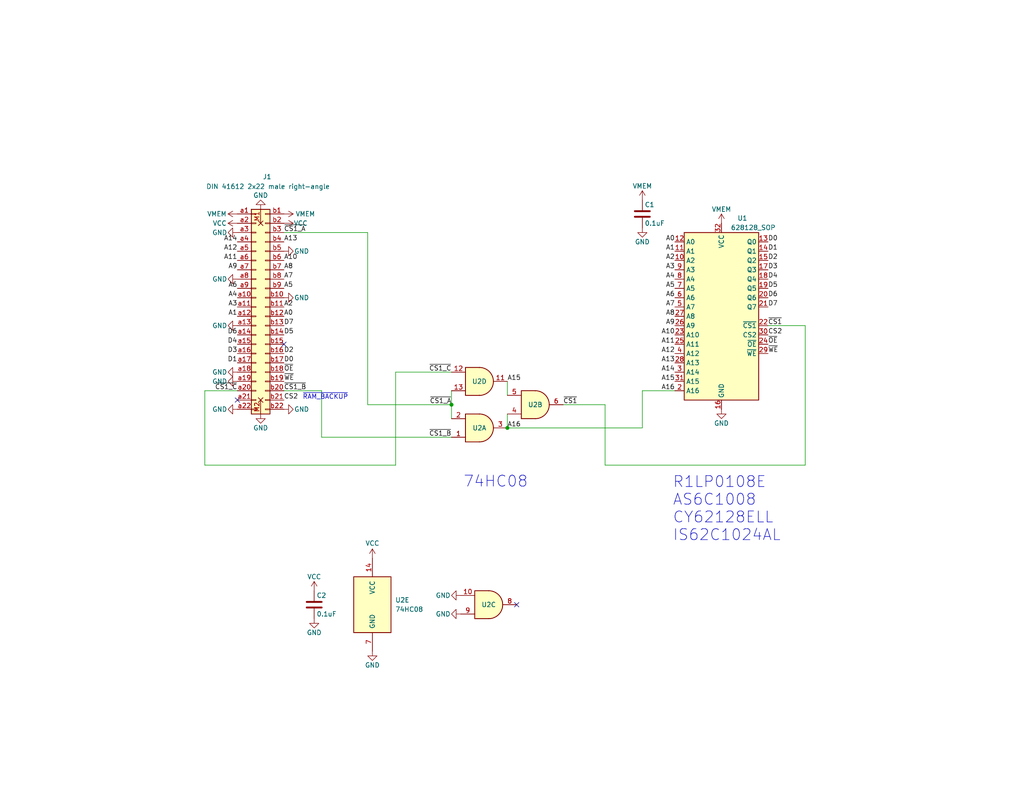
<source format=kicad_sch>
(kicad_sch (version 20211123) (generator eeschema)
  (paper "USLetter")
  (title_block (title "96K RAM for TANDY 600") (date "2022-10-04") (rev "SMT_011") (company "Brian K. White - b.kenyon.w@gmail.com") (comment 1 "CC-BY-SA") (comment 2 "Originally based on Model600Sram_v1.1 by Jayeson Lee-Steer") (comment 3 "Replaces TANDY Cat. No. 26-3910 \"OPRM\""))
  (lib_symbols
    (symbol "000_LOCAL:628128_SOP"
      (property "Reference" "U" (at -10.16 23.495 0))
      (property "Value" "628128_SOP" (at 2.54 23.495 0))
      (symbol "628128_SOP_0_0"
        (pin power_in line (at 0 -25.4 90) (length 2.54) (name "GND") (number "16"))
        (pin power_in line (at 0 25.4 270) (length 2.54) (name "VCC") (number "32"))
      )
      (symbol "628128_SOP_0_1"
        (rectangle (start -10.16 22.86) (end 10.16 -22.86) (stroke (width 0.254)) (fill (type background)))
      )
      (symbol "628128_SOP_1_1"
        (pin no_connect line (at 10.16 -20.32 180) (length 2.54) hide (name "NC") (number "1"))
        (pin input line (at -12.7 15.24 0) (length 2.54) (name "A2") (number "10"))
        (pin input line (at -12.7 17.78 0) (length 2.54) (name "A1") (number "11"))
        (pin input line (at -12.7 20.32 0) (length 2.54) (name "A0") (number "12"))
        (pin tri_state line (at 12.7 20.32 180) (length 2.54) (name "Q0") (number "13"))
        (pin tri_state line (at 12.7 17.78 180) (length 2.54) (name "Q1") (number "14"))
        (pin tri_state line (at 12.7 15.24 180) (length 2.54) (name "Q2") (number "15"))
        (pin tri_state line (at 12.7 12.7 180) (length 2.54) (name "Q3") (number "17"))
        (pin tri_state line (at 12.7 10.16 180) (length 2.54) (name "Q4") (number "18"))
        (pin tri_state line (at 12.7 7.62 180) (length 2.54) (name "Q5") (number "19"))
        (pin input line (at -12.7 -20.32 0) (length 2.54) (name "A16") (number "2"))
        (pin tri_state line (at 12.7 5.08 180) (length 2.54) (name "Q6") (number "20"))
        (pin tri_state line (at 12.7 2.54 180) (length 2.54) (name "Q7") (number "21"))
        (pin input line (at 12.7 -2.54 180) (length 2.54) (name "~{CS1}") (number "22"))
        (pin input line (at -12.7 -5.08 0) (length 2.54) (name "A10") (number "23"))
        (pin input line (at 12.7 -7.62 180) (length 2.54) (name "~{OE}") (number "24"))
        (pin input line (at -12.7 -7.62 0) (length 2.54) (name "A11") (number "25"))
        (pin input line (at -12.7 -2.54 0) (length 2.54) (name "A9") (number "26"))
        (pin input line (at -12.7 0 0) (length 2.54) (name "A8") (number "27"))
        (pin input line (at -12.7 -12.7 0) (length 2.54) (name "A13") (number "28"))
        (pin input line (at 12.7 -10.16 180) (length 2.54) (name "~{WE}") (number "29"))
        (pin input line (at -12.7 -15.24 0) (length 2.54) (name "A14") (number "3"))
        (pin input line (at 12.7 -5.08 180) (length 2.54) (name "CS2") (number "30"))
        (pin input line (at -12.7 -17.78 0) (length 2.54) (name "A15") (number "31"))
        (pin input line (at -12.7 -10.16 0) (length 2.54) (name "A12") (number "4"))
        (pin input line (at -12.7 2.54 0) (length 2.54) (name "A7") (number "5"))
        (pin input line (at -12.7 5.08 0) (length 2.54) (name "A6") (number "6"))
        (pin input line (at -12.7 7.62 0) (length 2.54) (name "A5") (number "7"))
        (pin input line (at -12.7 10.16 0) (length 2.54) (name "A4") (number "8"))
        (pin input line (at -12.7 12.7 0) (length 2.54) (name "A3") (number "9"))
      )
    )
    (symbol "000_LOCAL:74HC08" (pin_names (offset 1.016))
      (property "Reference" "U" (at 0 1.27 0))
      (property "Value" "74HC08" (at 0 -1.27 0))
      (symbol "74HC08_1_1"
        (arc (start 0 -3.81) (mid 3.81 0) (end 0 3.81) (stroke (width 0.254)) (fill (type background)))
        (polyline (pts (xy 0 3.81) (xy -3.81 3.81) (xy -3.81 -3.81) (xy 0 -3.81)) (stroke (width 0.254)) (fill (type background)))
        (pin input line (at -7.62 2.54 0) (length 3.81) (name "~") (number "1"))
        (pin input line (at -7.62 -2.54 0) (length 3.81) (name "~") (number "2"))
        (pin output line (at 7.62 0 180) (length 3.81) (name "~") (number "3"))
      )
      (symbol "74HC08_1_2"
        (arc (start -3.81 -3.81) (mid -2.589 0) (end -3.81 3.81) (stroke (width 0.254)))
        (arc (start -0.6096 -3.81) (mid 2.1842 -2.5851) (end 3.81 0) (stroke (width 0.254)) (fill (type background)))
        (polyline (pts (xy -3.81 -3.81) (xy -0.635 -3.81)) (stroke (width 0.254)) (fill (type background)))
        (polyline (pts (xy -3.81 3.81) (xy -0.635 3.81)) (stroke (width 0.254)) (fill (type background)))
        (polyline (pts (xy -0.635 3.81) (xy -3.81 3.81) (xy -3.81 3.81) (xy -3.556 3.4036) (xy -3.0226 2.2606) (xy -2.6924 1.0414) (xy -2.6162 -0.254) (xy -2.7686 -1.4986) (xy -3.175 -2.7178) (xy -3.81 -3.81) (xy -3.81 -3.81) (xy -0.635 -3.81)) (stroke (width -25.4)) (fill (type background)))
        (arc (start 3.81 0) (mid 2.1915 2.5936) (end -0.6096 3.81) (stroke (width 0.254)) (fill (type background)))
        (pin input inverted (at -7.62 2.54 0) (length 4.318) (name "~") (number "1"))
        (pin input inverted (at -7.62 -2.54 0) (length 4.318) (name "~") (number "2"))
        (pin output inverted (at 7.62 0 180) (length 3.81) (name "~") (number "3"))
      )
      (symbol "74HC08_2_1"
        (arc (start 0 -3.81) (mid 3.81 0) (end 0 3.81) (stroke (width 0.254)) (fill (type background)))
        (polyline (pts (xy 0 3.81) (xy -3.81 3.81) (xy -3.81 -3.81) (xy 0 -3.81)) (stroke (width 0.254)) (fill (type background)))
        (pin input line (at -7.62 2.54 0) (length 3.81) (name "~") (number "4"))
        (pin input line (at -7.62 -2.54 0) (length 3.81) (name "~") (number "5"))
        (pin output line (at 7.62 0 180) (length 3.81) (name "~") (number "6"))
      )
      (symbol "74HC08_2_2"
        (arc (start -3.81 -3.81) (mid -2.589 0) (end -3.81 3.81) (stroke (width 0.254)))
        (arc (start -0.6096 -3.81) (mid 2.1842 -2.5851) (end 3.81 0) (stroke (width 0.254)) (fill (type background)))
        (polyline (pts (xy -3.81 -3.81) (xy -0.635 -3.81)) (stroke (width 0.254)) (fill (type background)))
        (polyline (pts (xy -3.81 3.81) (xy -0.635 3.81)) (stroke (width 0.254)) (fill (type background)))
        (polyline (pts (xy -0.635 3.81) (xy -3.81 3.81) (xy -3.81 3.81) (xy -3.556 3.4036) (xy -3.0226 2.2606) (xy -2.6924 1.0414) (xy -2.6162 -0.254) (xy -2.7686 -1.4986) (xy -3.175 -2.7178) (xy -3.81 -3.81) (xy -3.81 -3.81) (xy -0.635 -3.81)) (stroke (width -25.4)) (fill (type background)))
        (arc (start 3.81 0) (mid 2.1915 2.5936) (end -0.6096 3.81) (stroke (width 0.254)) (fill (type background)))
        (pin input inverted (at -7.62 2.54 0) (length 4.318) (name "~") (number "4"))
        (pin input inverted (at -7.62 -2.54 0) (length 4.318) (name "~") (number "5"))
        (pin output inverted (at 7.62 0 180) (length 3.81) (name "~") (number "6"))
      )
      (symbol "74HC08_3_1"
        (arc (start 0 -3.81) (mid 3.81 0) (end 0 3.81) (stroke (width 0.254)) (fill (type background)))
        (polyline (pts (xy 0 3.81) (xy -3.81 3.81) (xy -3.81 -3.81) (xy 0 -3.81)) (stroke (width 0.254)) (fill (type background)))
        (pin input line (at -7.62 -2.54 0) (length 3.81) (name "~") (number "10"))
        (pin output line (at 7.62 0 180) (length 3.81) (name "~") (number "8"))
        (pin input line (at -7.62 2.54 0) (length 3.81) (name "~") (number "9"))
      )
      (symbol "74HC08_3_2"
        (arc (start -3.81 -3.81) (mid -2.589 0) (end -3.81 3.81) (stroke (width 0.254)))
        (arc (start -0.6096 -3.81) (mid 2.1842 -2.5851) (end 3.81 0) (stroke (width 0.254)) (fill (type background)))
        (polyline (pts (xy -3.81 -3.81) (xy -0.635 -3.81)) (stroke (width 0.254)) (fill (type background)))
        (polyline (pts (xy -3.81 3.81) (xy -0.635 3.81)) (stroke (width 0.254)) (fill (type background)))
        (polyline (pts (xy -0.635 3.81) (xy -3.81 3.81) (xy -3.81 3.81) (xy -3.556 3.4036) (xy -3.0226 2.2606) (xy -2.6924 1.0414) (xy -2.6162 -0.254) (xy -2.7686 -1.4986) (xy -3.175 -2.7178) (xy -3.81 -3.81) (xy -3.81 -3.81) (xy -0.635 -3.81)) (stroke (width -25.4)) (fill (type background)))
        (arc (start 3.81 0) (mid 2.1915 2.5936) (end -0.6096 3.81) (stroke (width 0.254)) (fill (type background)))
        (pin input inverted (at -7.62 -2.54 0) (length 4.318) (name "~") (number "10"))
        (pin output inverted (at 7.62 0 180) (length 3.81) (name "~") (number "8"))
        (pin input inverted (at -7.62 2.54 0) (length 4.318) (name "~") (number "9"))
      )
      (symbol "74HC08_4_1"
        (arc (start 0 -3.81) (mid 3.81 0) (end 0 3.81) (stroke (width 0.254)) (fill (type background)))
        (polyline (pts (xy 0 3.81) (xy -3.81 3.81) (xy -3.81 -3.81) (xy 0 -3.81)) (stroke (width 0.254)) (fill (type background)))
        (pin output line (at 7.62 0 180) (length 3.81) (name "~") (number "11"))
        (pin input line (at -7.62 2.54 0) (length 3.81) (name "~") (number "12"))
        (pin input line (at -7.62 -2.54 0) (length 3.81) (name "~") (number "13"))
      )
      (symbol "74HC08_4_2"
        (arc (start -3.81 -3.81) (mid -2.589 0) (end -3.81 3.81) (stroke (width 0.254)))
        (arc (start -0.6096 -3.81) (mid 2.1842 -2.5851) (end 3.81 0) (stroke (width 0.254)) (fill (type background)))
        (polyline (pts (xy -3.81 -3.81) (xy -0.635 -3.81)) (stroke (width 0.254)) (fill (type background)))
        (polyline (pts (xy -3.81 3.81) (xy -0.635 3.81)) (stroke (width 0.254)) (fill (type background)))
        (polyline (pts (xy -0.635 3.81) (xy -3.81 3.81) (xy -3.81 3.81) (xy -3.556 3.4036) (xy -3.0226 2.2606) (xy -2.6924 1.0414) (xy -2.6162 -0.254) (xy -2.7686 -1.4986) (xy -3.175 -2.7178) (xy -3.81 -3.81) (xy -3.81 -3.81) (xy -0.635 -3.81)) (stroke (width -25.4)) (fill (type background)))
        (arc (start 3.81 0) (mid 2.1915 2.5936) (end -0.6096 3.81) (stroke (width 0.254)) (fill (type background)))
        (pin output inverted (at 7.62 0 180) (length 3.81) (name "~") (number "11"))
        (pin input inverted (at -7.62 2.54 0) (length 4.318) (name "~") (number "12"))
        (pin input inverted (at -7.62 -2.54 0) (length 4.318) (name "~") (number "13"))
      )
      (symbol "74HC08_5_0"
        (pin power_in line (at 0 12.7 270) (length 5.08) (name "VCC") (number "14"))
        (pin power_in line (at 0 -12.7 90) (length 5.08) (name "GND") (number "7"))
      )
      (symbol "74HC08_5_1"
        (rectangle (start -5.08 7.62) (end 5.08 -7.62) (stroke (width 0.254)) (fill (type background)))
      )
    )
    (symbol "000_LOCAL:C" (pin_numbers hide) (pin_names (offset 0.254))
      (property "Reference" "C" (at 0.635 2.54 0))
      (property "Value" "C" (at 0.635 -2.54 0))
      (symbol "C_0_1"
        (polyline (pts (xy -2.032 -0.762) (xy 2.032 -0.762)) (stroke (width 0.508)))
        (polyline (pts (xy -2.032 0.762) (xy 2.032 0.762)) (stroke (width 0.508)))
      )
      (symbol "C_1_1"
        (pin passive line (at 0 3.81 270) (length 2.794) (name "~") (number "1"))
        (pin passive line (at 0 -3.81 90) (length 2.794) (name "~") (number "2"))
      )
    )
    (symbol "000_LOCAL:DIN_41612_02x22" (pin_names (offset 1.016) hide)
      (property "Reference" "J" (at -4.0132 30.1752 0))
      (property "Value" "DIN_41612_02x22" (at 17.5768 30.0736 0))
      (symbol "DIN_41612_02x22_1_1"
        (rectangle (start -2.54 -26.543) (end -1.27 -26.797) (stroke (width 0.1524)))
        (rectangle (start -2.54 -24.003) (end -1.27 -24.257) (stroke (width 0.1524)))
        (rectangle (start -2.54 -21.463) (end -1.27 -21.717) (stroke (width 0.1524)))
        (rectangle (start -2.54 -18.923) (end -1.27 -19.177) (stroke (width 0.1524)))
        (rectangle (start -2.54 -16.383) (end -1.27 -16.637) (stroke (width 0.1524)))
        (rectangle (start -2.54 -13.843) (end -1.27 -14.097) (stroke (width 0.1524)))
        (rectangle (start -2.54 -11.303) (end -1.27 -11.557) (stroke (width 0.1524)))
        (rectangle (start -2.54 -8.763) (end -1.27 -9.017) (stroke (width 0.1524)))
        (rectangle (start -2.54 -6.223) (end -1.27 -6.477) (stroke (width 0.1524)))
        (rectangle (start -2.54 -3.683) (end -1.27 -3.937) (stroke (width 0.1524)))
        (rectangle (start -2.54 -1.143) (end -1.27 -1.397) (stroke (width 0.1524)))
        (rectangle (start -2.54 1.397) (end -1.27 1.143) (stroke (width 0.1524)))
        (rectangle (start -2.54 3.937) (end -1.27 3.683) (stroke (width 0.1524)))
        (rectangle (start -2.54 6.477) (end -1.27 6.223) (stroke (width 0.1524)))
        (rectangle (start -2.54 9.017) (end -1.27 8.763) (stroke (width 0.1524)))
        (rectangle (start -2.54 11.557) (end -1.27 11.303) (stroke (width 0.1524)))
        (rectangle (start -2.54 14.097) (end -1.27 13.843) (stroke (width 0.1524)))
        (rectangle (start -2.54 16.637) (end -1.27 16.383) (stroke (width 0.1524)))
        (rectangle (start -2.54 19.177) (end -1.27 18.923) (stroke (width 0.1524)))
        (rectangle (start -2.54 21.717) (end -1.27 21.463) (stroke (width 0.1524)))
        (rectangle (start -2.54 24.257) (end -1.27 24.003) (stroke (width 0.1524)))
        (rectangle (start -2.54 26.797) (end -1.27 26.543) (stroke (width 0.1524)))
        (rectangle (start -2.54 27.94) (end 2.54 -27.94) (stroke (width 0.254)) (fill (type background)))
        (rectangle (start 2.54 -26.543) (end 1.27 -26.797) (stroke (width 0.1524)))
        (rectangle (start 2.54 -24.003) (end 1.27 -24.257) (stroke (width 0.1524)))
        (rectangle (start 2.54 -21.463) (end 1.27 -21.717) (stroke (width 0.1524)))
        (rectangle (start 2.54 -18.923) (end 1.27 -19.177) (stroke (width 0.1524)))
        (rectangle (start 2.54 -16.383) (end 1.27 -16.637) (stroke (width 0.1524)))
        (rectangle (start 2.54 -13.843) (end 1.27 -14.097) (stroke (width 0.1524)))
        (rectangle (start 2.54 -11.303) (end 1.27 -11.557) (stroke (width 0.1524)))
        (rectangle (start 2.54 -8.763) (end 1.27 -9.017) (stroke (width 0.1524)))
        (rectangle (start 2.54 -6.223) (end 1.27 -6.477) (stroke (width 0.1524)))
        (rectangle (start 2.54 -3.683) (end 1.27 -3.937) (stroke (width 0.1524)))
        (rectangle (start 2.54 -1.143) (end 1.27 -1.397) (stroke (width 0.1524)))
        (rectangle (start 2.54 1.397) (end 1.27 1.143) (stroke (width 0.1524)))
        (rectangle (start 2.54 3.937) (end 1.27 3.683) (stroke (width 0.1524)))
        (rectangle (start 2.54 6.477) (end 1.27 6.223) (stroke (width 0.1524)))
        (rectangle (start 2.54 9.017) (end 1.27 8.763) (stroke (width 0.1524)))
        (rectangle (start 2.54 11.557) (end 1.27 11.303) (stroke (width 0.1524)))
        (rectangle (start 2.54 14.097) (end 1.27 13.843) (stroke (width 0.1524)))
        (rectangle (start 2.54 16.637) (end 1.27 16.383) (stroke (width 0.1524)))
        (rectangle (start 2.54 19.177) (end 1.27 18.923) (stroke (width 0.1524)))
        (rectangle (start 2.54 21.717) (end 1.27 21.463) (stroke (width 0.1524)))
        (rectangle (start 2.54 24.257) (end 1.27 24.003) (stroke (width 0.1524)))
        (rectangle (start 2.54 26.797) (end 1.27 26.543) (stroke (width 0.1524)))
        (pin passive non_logic (at 0 27.94 270) (length 3.81) (name "mount") (number "M1"))
        (pin passive non_logic (at 0 -27.94 90) (length 3.81) (name "mount") (number "M2"))
        (pin passive line (at -6.35 26.67 0) (length 3.81) (name "a1") (number "a1"))
        (pin passive line (at -6.35 3.81 0) (length 3.81) (name "a10") (number "a10"))
        (pin passive line (at -6.35 1.27 0) (length 3.81) (name "a11") (number "a11"))
        (pin passive line (at -6.35 -1.27 0) (length 3.81) (name "a12") (number "a12"))
        (pin passive line (at -6.35 -3.81 0) (length 3.81) (name "a13") (number "a13"))
        (pin passive line (at -6.35 -6.35 0) (length 3.81) (name "a14") (number "a14"))
        (pin passive line (at -6.35 -8.89 0) (length 3.81) (name "a15") (number "a15"))
        (pin passive line (at -6.35 -11.43 0) (length 3.81) (name "a16") (number "a16"))
        (pin passive line (at -6.35 -13.97 0) (length 3.81) (name "a17") (number "a17"))
        (pin passive line (at -6.35 -16.51 0) (length 3.81) (name "a18") (number "a18"))
        (pin passive line (at -6.35 -19.05 0) (length 3.81) (name "a19") (number "a19"))
        (pin passive line (at -6.35 24.13 0) (length 3.81) (name "a2") (number "a2"))
        (pin passive line (at -6.35 -21.59 0) (length 3.81) (name "a20") (number "a20"))
        (pin passive line (at -6.35 -24.13 0) (length 3.81) (name "a21") (number "a21"))
        (pin passive line (at -6.35 -26.67 0) (length 3.81) (name "a22") (number "a22"))
        (pin passive line (at -6.35 21.59 0) (length 3.81) (name "a3") (number "a3"))
        (pin passive line (at -6.35 19.05 0) (length 3.81) (name "a4") (number "a4"))
        (pin passive line (at -6.35 16.51 0) (length 3.81) (name "a5") (number "a5"))
        (pin passive line (at -6.35 13.97 0) (length 3.81) (name "a6") (number "a6"))
        (pin passive line (at -6.35 11.43 0) (length 3.81) (name "a7") (number "a7"))
        (pin passive line (at -6.35 8.89 0) (length 3.81) (name "a8") (number "a8"))
        (pin passive line (at -6.35 6.35 0) (length 3.81) (name "a9") (number "a9"))
        (pin passive line (at 6.35 26.67 180) (length 3.81) (name "b1") (number "b1"))
        (pin passive line (at 6.35 3.81 180) (length 3.81) (name "b10") (number "b10"))
        (pin passive line (at 6.35 1.27 180) (length 3.81) (name "b11") (number "b11"))
        (pin passive line (at 6.35 -1.27 180) (length 3.81) (name "b12") (number "b12"))
        (pin passive line (at 6.35 -3.81 180) (length 3.81) (name "b13") (number "b13"))
        (pin passive line (at 6.35 -6.35 180) (length 3.81) (name "b14") (number "b14"))
        (pin passive line (at 6.35 -8.89 180) (length 3.81) (name "b15") (number "b15"))
        (pin passive line (at 6.35 -11.43 180) (length 3.81) (name "b16") (number "b16"))
        (pin passive line (at 6.35 -13.97 180) (length 3.81) (name "b17") (number "b17"))
        (pin passive line (at 6.35 -16.51 180) (length 3.81) (name "b18") (number "b18"))
        (pin passive line (at 6.35 -19.05 180) (length 3.81) (name "b19") (number "b19"))
        (pin passive line (at 6.35 24.13 180) (length 3.81) (name "b2") (number "b2"))
        (pin passive line (at 6.35 -21.59 180) (length 3.81) (name "b20") (number "b20"))
        (pin passive line (at 6.35 -24.13 180) (length 3.81) (name "b21") (number "b21"))
        (pin passive line (at 6.35 -26.67 180) (length 3.81) (name "b22") (number "b22"))
        (pin passive line (at 6.35 21.59 180) (length 3.81) (name "b3") (number "b3"))
        (pin passive line (at 6.35 19.05 180) (length 3.81) (name "b4") (number "b4"))
        (pin passive line (at 6.35 16.51 180) (length 3.81) (name "b5") (number "b5"))
        (pin passive line (at 6.35 13.97 180) (length 3.81) (name "b6") (number "b6"))
        (pin passive line (at 6.35 11.43 180) (length 3.81) (name "b7") (number "b7"))
        (pin passive line (at 6.35 8.89 180) (length 3.81) (name "b8") (number "b8"))
        (pin passive line (at 6.35 6.35 180) (length 3.81) (name "b9") (number "b9"))
      )
    )
    (symbol "000_LOCAL:GND" (power) (pin_names (offset 0))
      (property "Value" "GND" (at 0 -3.81 0))
      (symbol "GND_0_1"
        (polyline (pts (xy 0 0) (xy 0 -1.27) (xy 1.27 -1.27) (xy 0 -2.54) (xy -1.27 -1.27) (xy 0 -1.27)))
      )
      (symbol "GND_1_1"
        (pin power_in line (at 0 0 270) (length 0) hide (name "GND") (number "1"))
      )
    )
    (symbol "000_LOCAL:VCC" (power) (pin_names (offset 0))
      (property "Value" "VCC" (at 0 3.81 0))
      (symbol "VCC_0_1"
        (polyline (pts (xy -0.762 1.27) (xy 0 2.54)))
        (polyline (pts (xy 0 0) (xy 0 2.54)))
        (polyline (pts (xy 0 2.54) (xy 0.762 1.27)))
      )
      (symbol "VCC_1_1"
        (pin power_in line (at 0 0 90) (length 0) hide (name "VCC") (number "1"))
      )
    )
    (symbol "000_LOCAL:VMEM" (power) (pin_names (offset 0))
      (property "Value" "VMEM" (at 0 3.81 0))
      (symbol "VMEM_0_1"
        (polyline (pts (xy -0.762 1.27) (xy 0 2.54)))
        (polyline (pts (xy 0 0) (xy 0 2.54)))
        (polyline (pts (xy 0 2.54) (xy 0.762 1.27)))
      )
      (symbol "VMEM_1_1"
        (pin power_in line (at 0 0 90) (length 0) hide (name "VMEM") (number "1"))
      )
    )
  )
  (junction (at 138.43 116.84))
  (junction (at 123.19 110.49))
  (no_connect (at 140.97 165.1))
  (no_connect (at 64.77 109.22))
  (no_connect (at 77.47 93.98))
  (wire (pts (xy 100.33 110.49) (xy 123.19 110.49)))
  (wire (pts (xy 64.77 106.68) (xy 55.88 106.68)))
  (wire (pts (xy 87.757 119.38) (xy 123.19 119.38)))
  (wire (pts (xy 175.26 106.68) (xy 184.15 106.68)))
  (wire (pts (xy 123.19 110.49) (xy 123.19 114.3)))
  (wire (pts (xy 55.88 127) (xy 107.95 127)))
  (wire (pts (xy 165.1 110.49) (xy 165.1 127)))
  (wire (pts (xy 55.88 106.68) (xy 55.88 127)))
  (wire (pts (xy 87.757 106.68) (xy 87.757 119.38)))
  (wire (pts (xy 138.43 104.14) (xy 138.43 107.95)))
  (wire (pts (xy 100.33 63.5) (xy 100.33 110.49)))
  (wire (pts (xy 175.26 116.84) (xy 175.26 106.68)))
  (wire (pts (xy 107.95 101.6) (xy 123.19 101.6)))
  (wire (pts (xy 123.19 106.68) (xy 123.19 110.49)))
  (wire (pts (xy 165.1 127) (xy 219.71 127)))
  (wire (pts (xy 219.71 88.9) (xy 219.71 127)))
  (wire (pts (xy 77.47 106.68) (xy 87.757 106.68)))
  (wire (pts (xy 77.47 63.5) (xy 100.33 63.5)))
  (wire (pts (xy 138.43 116.84) (xy 175.26 116.84)))
  (wire (pts (xy 138.43 113.03) (xy 138.43 116.84)))
  (wire (pts (xy 107.95 127) (xy 107.95 101.6)))
  (wire (pts (xy 153.67 110.49) (xy 165.1 110.49)))
  (wire (pts (xy 219.71 88.9) (xy 209.55 88.9)))
  (text "~{RAM_BACKUP}" (at 82.55 109.22 0) (effects (font (size 1.27 1.27)) (justify left bottom)))
  (text "R1LP0108E\nAS6C1008\nCY62128ELL\nIS62C1024AL\n" (at 183.515 147.955 0) (effects (font (size 3 3)) (justify left bottom)))
  (text "74HC08" (at 126.365 133.35 0) (effects (font (size 3 3)) (justify left bottom)))
  (label "D2" (at 77.47 96.52 0))
  (label "~{CS1_C}" (at 64.77 106.68 180))
  (label "A13" (at 77.47 66.04 0))
  (label "A12" (at 64.77 68.58 180))
  (label "D6" (at 64.77 91.44 180))
  (label "A13" (at 184.15 99.06 180))
  (label "A7" (at 184.15 83.82 180))
  (label "A1" (at 184.15 68.58 180))
  (label "~{WE}" (at 209.55 96.52 0))
  (label "A4" (at 64.77 81.28 180))
  (label "A3" (at 64.77 83.82 180))
  (label "A4" (at 184.15 76.2 180))
  (label "A12" (at 184.15 96.52 180))
  (label "A9" (at 184.15 88.9 180))
  (label "D0" (at 209.55 66.04 0))
  (label "D0" (at 77.47 99.06 0))
  (label "D7" (at 77.47 88.9 0))
  (label "CS2" (at 77.47 109.22 0))
  (label "A2" (at 77.47 83.82 0))
  (label "D5" (at 209.55 78.74 0))
  (label "A5" (at 184.15 78.74 180))
  (label "A1" (at 64.77 86.36 180))
  (label "~{CS1_A}" (at 77.47 63.5 0))
  (label "CS2" (at 209.55 91.44 0))
  (label "D4" (at 64.77 93.98 180))
  (label "A11" (at 184.15 93.98 180))
  (label "A16" (at 184.15 106.68 180))
  (label "D1" (at 64.77 99.06 180))
  (label "A10" (at 184.15 91.44 180))
  (label "A3" (at 184.15 73.66 180))
  (label "~{CS1}" (at 153.67 110.49 0))
  (label "~{CS1_B}" (at 77.47 106.68 0))
  (label "D5" (at 77.47 91.44 0))
  (label "~{CS1_B}" (at 123.19 119.38 180))
  (label "A6" (at 64.77 78.74 180))
  (label "A5" (at 77.47 78.74 0))
  (label "~{OE}" (at 77.47 101.6 0))
  (label "A0" (at 77.47 86.36 0))
  (label "A8" (at 77.47 73.66 0))
  (label "~{CS1_C}" (at 123.19 101.6 180))
  (label "D1" (at 209.55 68.58 0))
  (label "D3" (at 64.77 96.52 180))
  (label "A14" (at 184.15 101.6 180))
  (label "A10" (at 77.47 71.12 0))
  (label "A11" (at 64.77 71.12 180))
  (label "A2" (at 184.15 71.12 180))
  (label "D7" (at 209.55 83.82 0))
  (label "A16" (at 138.43 116.84 0))
  (label "A14" (at 64.77 66.04 180))
  (label "~{CS1_A}" (at 123.19 110.49 180))
  (label "A8" (at 184.15 86.36 180))
  (label "D2" (at 209.55 71.12 0))
  (label "A15" (at 138.43 104.14 0))
  (label "D3" (at 209.55 73.66 0))
  (label "A7" (at 77.47 76.2 0))
  (label "A15" (at 184.15 104.14 180))
  (label "A0" (at 184.15 66.04 180))
  (label "A9" (at 64.77 73.66 180))
  (label "~{OE}" (at 209.55 93.98 0))
  (label "A6" (at 184.15 81.28 180))
  (label "~{CS1}" (at 209.55 88.9 0))
  (label "D4" (at 209.55 76.2 0))
  (label "D6" (at 209.55 81.28 0))
  (label "~{WE}" (at 77.47 104.14 0))
  (symbol (lib_id "000_LOCAL:C") (at 175.26 58.42 0) (unit 1)
    (property "Reference" "C1" (at 175.895 55.88 0) (effects (justify left)))
    (property "Value" "0.1uF" (at 175.895 60.96 0) (effects (justify left)))
    (property "Footprint" "000_LOCAL:C_1206" (effects hide))
  )
  (symbol (lib_id "000_LOCAL:DIN_41612_02x22") (at 71.12 85.09 0) (unit 1)
    (property "Reference" "J1" (at 72.898 48.26 0))
    (property "Value" "DIN 41612 2x22 male right-angle" (at 73.152 50.927 0))
    (property "Footprint" "000_LOCAL:DIN-41612_02x22_male_horizontal" (effects hide))
  )
  (symbol (lib_id "000_LOCAL:VMEM") (at 64.77 58.42 90) (unit 1)
    (property "Reference" "#PWR0101" (effects hide))
    (property "Value" "VMEM" (at 59.182 58.42 90))
  )
  (symbol (lib_id "000_LOCAL:VMEM") (at 77.47 58.42 270) (unit 1)
    (property "Reference" "#PWR0102" (effects hide))
    (property "Value" "VMEM" (at 83.312 58.42 90))
  )
  (symbol (lib_id "000_LOCAL:VCC") (at 64.77 60.96 90) (unit 1)
    (property "Reference" "#PWR0103" (effects hide))
    (property "Value" "VCC" (at 59.944 60.96 90))
  )
  (symbol (lib_id "000_LOCAL:VCC") (at 77.47 60.96 270) (unit 1)
    (property "Reference" "#PWR0108" (effects hide))
    (property "Value" "VCC" (at 82.042 60.96 90))
  )
  (symbol (lib_id "000_LOCAL:GND") (at 175.26 62.23 0) (unit 1)
    (property "Reference" "#PWR0106" (effects hide))
    (property "Value" "GND" (at 175.26 66.04 0))
  )
  (symbol (lib_id "000_LOCAL:VMEM") (at 175.26 54.61 0) (unit 1)
    (property "Reference" "#PWR0107" (effects hide))
    (property "Value" "VMEM" (at 175.26 50.8 0))
  )
  (symbol (lib_id "000_LOCAL:GND") (at 77.47 68.58 90) (unit 1)
    (property "Reference" "#PWR0109" (effects hide))
    (property "Value" "GND" (at 82.296 68.58 90))
  )
  (symbol (lib_id "000_LOCAL:GND") (at 77.47 81.28 90) (unit 1)
    (property "Reference" "#PWR0110" (effects hide))
    (property "Value" "GND" (at 82.296 81.28 90))
  )
  (symbol (lib_id "000_LOCAL:VMEM") (at 196.85 60.96 0) (unit 1)
    (property "Reference" "#PWR0115" (effects hide))
    (property "Value" "VMEM" (at 196.85 57.15 0))
  )
  (symbol (lib_id "000_LOCAL:GND") (at 77.47 111.76 90) (unit 1)
    (property "Reference" "#PWR0111" (effects hide))
    (property "Value" "GND" (at 82.296 111.76 90))
  )
  (symbol (lib_id "000_LOCAL:GND") (at 64.77 63.5 270) (unit 1)
    (property "Reference" "#PWR0112" (effects hide))
    (property "Value" "GND" (at 59.944 63.5 90))
  )
  (symbol (lib_id "000_LOCAL:GND") (at 64.77 76.2 270) (unit 1)
    (property "Reference" "#PWR0116" (effects hide))
    (property "Value" "GND" (at 59.944 76.2 90))
  )
  (symbol (lib_id "000_LOCAL:GND") (at 64.77 88.9 270) (unit 1)
    (property "Reference" "#PWR0117" (effects hide))
    (property "Value" "GND" (at 59.944 88.9 90))
  )
  (symbol (lib_id "000_LOCAL:GND") (at 64.77 101.6 270) (unit 1)
    (property "Reference" "#PWR0118" (effects hide))
    (property "Value" "GND" (at 59.944 101.6 90))
  )
  (symbol (lib_id "000_LOCAL:GND") (at 64.77 104.14 270) (unit 1)
    (property "Reference" "#PWR0119" (effects hide))
    (property "Value" "GND" (at 59.944 104.14 90))
  )
  (symbol (lib_id "000_LOCAL:GND") (at 64.77 111.76 270) (unit 1)
    (property "Reference" "#PWR0120" (effects hide))
    (property "Value" "GND" (at 59.944 111.76 90))
  )
  (symbol (lib_id "000_LOCAL:628128_SOP") (at 196.85 86.36 0) (unit 1)
    (property "Reference" "U1" (at 202.565 59.563 0))
    (property "Value" "628128_SOP" (at 199.39 62.865 0) (effects (justify left bottom)))
    (property "Footprint" "000_LOCAL:SOP-32W" (effects hide))
    (property "Datasheet" "http://www.futurlec.com/Datasheet/Memory/628128.pdf" (effects hide))
  )
  (symbol (lib_id "000_LOCAL:74HC08") (at 130.81 116.84 0) (mirror x) (unit 1)
    (property "Reference" "U2" (at 130.81 116.84 0))
    (property "Value" "74HC08" (effects hide))
    (property "Footprint" "000_LOCAL:SOIC-14_3.9x8.7mm_P1.27mm" (effects hide))
    (property "Datasheet" "https://assets.nexperia.com/documents/data-sheet/74HC_HCT08.pdf" (effects hide))
  )
  (symbol (lib_id "000_LOCAL:C") (at 85.725 165.1 0) (unit 1)
    (property "Reference" "C2" (at 86.36 162.56 0) (effects (justify left)))
    (property "Value" "0.1uF" (at 86.36 167.64 0) (effects (justify left)))
    (property "Footprint" "000_LOCAL:C_1206" (effects hide))
  )
  (symbol (lib_id "000_LOCAL:GND") (at 196.85 111.76 0) (unit 1)
    (property "Reference" "#PWR0121" (effects hide))
    (property "Value" "GND" (at 196.85 115.57 0))
  )
  (symbol (lib_id "000_LOCAL:VCC") (at 85.725 161.29 0) (unit 1)
    (property "Reference" "#PWR0105" (effects hide))
    (property "Value" "VCC" (at 85.725 157.48 0))
  )
  (symbol (lib_id "000_LOCAL:GND") (at 101.6 177.8 0) (unit 1)
    (property "Reference" "#PWR0104" (effects hide))
    (property "Value" "GND" (at 101.6 181.61 0))
  )
  (symbol (lib_id "000_LOCAL:VCC") (at 101.6 152.4 0) (unit 1)
    (property "Reference" "#PWR0114" (effects hide))
    (property "Value" "VCC" (at 101.6 148.336 0))
  )
  (symbol (lib_id "000_LOCAL:74HC08") (at 101.6 165.1 0) (unit 5)
    (property "Reference" "U2" (at 107.823 163.8299 0) (effects (justify left)))
    (property "Value" "74HC08" (at 107.823 166.3699 0) (effects (justify left)))
    (property "Footprint" "000_LOCAL:SOIC-14_3.9x8.7mm_P1.27mm" (effects hide))
    (property "Datasheet" "https://assets.nexperia.com/documents/data-sheet/74HC_HCT08.pdf" (effects hide))
  )
  (symbol (lib_id "000_LOCAL:74HC08") (at 133.35 165.1 0) (mirror x) (unit 3)
    (property "Reference" "U2" (at 133.35 165.1 0))
    (property "Value" "74HC08" (effects hide))
    (property "Footprint" "000_LOCAL:SOIC-14_3.9x8.7mm_P1.27mm" (effects hide))
    (property "Datasheet" "https://assets.nexperia.com/documents/data-sheet/74HC_HCT08.pdf" (effects hide))
  )
  (symbol (lib_id "000_LOCAL:GND") (at 85.725 168.91 0) (unit 1)
    (property "Reference" "#PWR0113" (effects hide))
    (property "Value" "GND" (at 85.725 172.72 0))
  )
  (symbol (lib_id "000_LOCAL:GND") (at 125.73 162.56 270) (unit 1)
    (property "Reference" "#PWR0122" (effects hide))
    (property "Value" "GND" (at 120.904 162.56 90))
  )
  (symbol (lib_id "000_LOCAL:GND") (at 125.73 167.64 270) (unit 1)
    (property "Reference" "#PWR0123" (effects hide))
    (property "Value" "GND" (at 120.904 167.64 90))
  )
  (symbol (lib_id "000_LOCAL:74HC08") (at 146.05 110.49 0) (mirror x) (unit 2)
    (property "Reference" "U2" (at 146.05 110.49 0))
    (property "Value" "74HC08" (effects hide))
    (property "Footprint" "000_LOCAL:SOIC-14_3.9x8.7mm_P1.27mm" (effects hide))
    (property "Datasheet" "https://assets.nexperia.com/documents/data-sheet/74HC_HCT08.pdf" (effects hide))
  )
  (symbol (lib_id "000_LOCAL:74HC08") (at 130.81 104.14 0) (unit 4)
    (property "Reference" "U2" (at 130.81 104.14 0))
    (property "Value" "74HC08" (effects hide))
    (property "Footprint" "000_LOCAL:SOIC-14_3.9x8.7mm_P1.27mm" (effects hide))
    (property "Datasheet" "https://assets.nexperia.com/documents/data-sheet/74HC_HCT08.pdf" (effects hide))
  )
  (symbol (lib_id "000_LOCAL:GND") (at 71.12 57.15 0) (mirror x) (unit 1)
    (property "Reference" "#PWR0127" (effects hide))
    (property "Value" "GND" (at 71.12 53.34 0))
  )
  (symbol (lib_id "000_LOCAL:GND") (at 71.12 113.03 0) (unit 1)
    (property "Reference" "#PWR0126" (effects hide))
    (property "Value" "GND" (at 71.12 116.84 0))
  )
)
</source>
